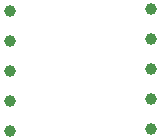
<source format=gbr>
%TF.GenerationSoftware,KiCad,Pcbnew,(6.0.4)*%
%TF.CreationDate,2023-08-09T15:54:24-04:00*%
%TF.ProjectId,ENS160,454e5331-3630-42e6-9b69-6361645f7063,rev?*%
%TF.SameCoordinates,Original*%
%TF.FileFunction,Plated,1,2,PTH,Drill*%
%TF.FilePolarity,Positive*%
%FSLAX46Y46*%
G04 Gerber Fmt 4.6, Leading zero omitted, Abs format (unit mm)*
G04 Created by KiCad (PCBNEW (6.0.4)) date 2023-08-09 15:54:24*
%MOMM*%
%LPD*%
G01*
G04 APERTURE LIST*
%TA.AperFunction,ComponentDrill*%
%ADD10C,1.000000*%
%TD*%
G04 APERTURE END LIST*
D10*
%TO.C,J1*%
X137975000Y-94140000D03*
X137975000Y-96680000D03*
X137975000Y-99220000D03*
X137975000Y-101760000D03*
X137975000Y-104300000D03*
%TO.C,J2*%
X149925000Y-93990000D03*
X149925000Y-96530000D03*
X149925000Y-99070000D03*
X149925000Y-101610000D03*
X149925000Y-104150000D03*
M02*

</source>
